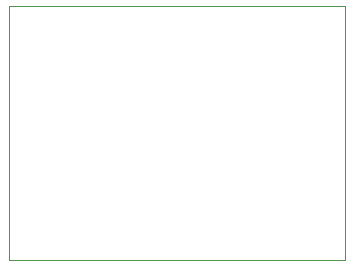
<source format=gm1>
G04 #@! TF.GenerationSoftware,KiCad,Pcbnew,8.0.1*
G04 #@! TF.CreationDate,2024-03-31T17:01:24-05:00*
G04 #@! TF.ProjectId,minimidi_v1,6d696e69-6d69-4646-995f-76312e6b6963,rev?*
G04 #@! TF.SameCoordinates,Original*
G04 #@! TF.FileFunction,Profile,NP*
%FSLAX46Y46*%
G04 Gerber Fmt 4.6, Leading zero omitted, Abs format (unit mm)*
G04 Created by KiCad (PCBNEW 8.0.1) date 2024-03-31 17:01:24*
%MOMM*%
%LPD*%
G01*
G04 APERTURE LIST*
G04 #@! TA.AperFunction,Profile*
%ADD10C,0.050000*%
G04 #@! TD*
G04 APERTURE END LIST*
D10*
X120500000Y-83500000D02*
X149000000Y-83500000D01*
X149000000Y-105000000D01*
X120500000Y-105000000D01*
X120500000Y-83500000D01*
M02*

</source>
